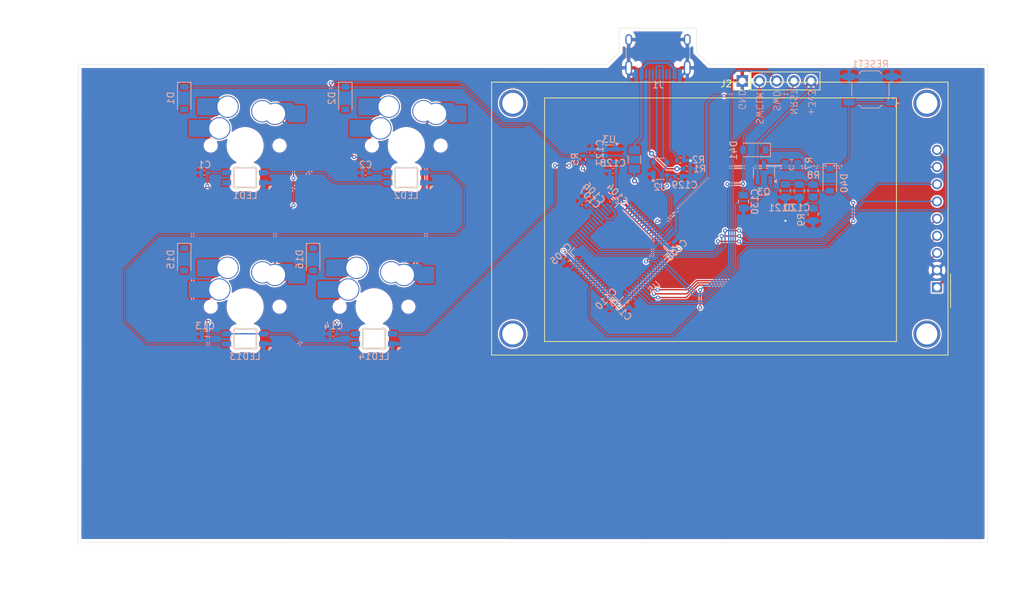
<source format=kicad_pcb>
(kicad_pcb (version 20240108) (generator "pcbnew") (generator_version "8.0")
  (layers (0 "F.Cu" signal) (31 "B.Cu" signal) (34 "B.Paste" user) (35 "F.Paste" user) (36 "B.SilkS" user "B.Silkscreen") (37 "F.SilkS" user "F.Silkscreen") (38 "B.Mask" user) (39 "F.Mask" user) (44 "Edge.Cuts" user))
  (net 0 "")
  (net 1 "BOOT0")
  (net 2 "+3V3")
  (net 3 "NRST")
  (net 4 "GND")
  (net 5 "+5V")
  (net 6 "Net-(LED13-DOUT)")
  (net 7 "Net-(D1-A)")
  (net 8 "Net-(D2-A)")
  (net 9 "col0")
  (net 10 "col1")
  (net 11 "Net-(D15-A)")
  (net 12 "Net-(D16-A)")
  (net 13 "row0")
  (net 14 "row1")
  (net 15 "VBUS")
  (net 16 "D-")
  (net 17 "D+")
  (net 20 "Net-(D40-K)")
  (net 21 "LCD_SCK")
  (net 22 "LCD_DC")
  (net 23 "LCD_MISO")
  (net 24 "SWCLK")
  (net 25 "SWD")
  (net 26 "LCD_MOSI")
  (net 27 "RGB5v")
  (net 28 "DOut1")
  (net 29 "LCD_CS")
  (net 30 "LCD_RST")
  (net 31 "Net-(LED1-DIN)")
  (net 32 "Net-(LED13-DIN)")
  (net 33 "LCD_BL_PWM")
  (net 34 "Net-(J1-CC1)")
  (net 35 "Net-(J1-CC2)")
  (net 36 "BOOT0_CHRG")
  (net 37 "Net-(Q3-C)")
  (net 38 "Net-(R8-Pad1)")
  (net 56 "unconnected-(U5-PA10-Pad44)")
  (net 68 "unconnected-(U5-PA9-Pad43)")
  (footprint "Display:CR2013-MI2120" (layer "F.Cu") (at 388.4975 60.09 180)
    (property "Reference" "U4" (hide yes))
    (property "Value" "CR2013-MI2120")
  )
  (footprint "Connector_PinHeader_2.54mm:PinHeader_1x05_P2.54mm_Vertical" (layer "F.Cu") (at 359.72 29.58 90)
    (property "Reference" "J2")
    (property "Value" "Conn_01x05")
  )
  (footprint "PCM_marbastlib-choc:LED_choc_6028R" (layer "B.Cu") (at 310.058296 43.884204)
    (property "Reference" "LED2")
    (property "Value" "choc_SK6812MINI-E")
    (fp_line (start -1.699999 -0.702843) (end -1.699999 0.702841) (stroke (width 0.1)) (layer "Edge.Cuts"))
    (fp_line (start -0.794452 1.499999) (end 0.794452 1.499999) (stroke (width 0.1)) (layer "Edge.Cuts"))
    (fp_line (start 0.794453 -1.5) (end -0.794452 -1.5) (stroke (width 0.1)) (layer "Edge.Cuts"))
    (fp_line (start 1.699999 0.702841) (end 1.699999 -0.702843) (stroke (width 0.1)) (layer "Edge.Cuts"))
    (fp_arc (start -1.749484 -0.919721) (mid -1.712527 -0.814069) (end -1.699999 -0.702843) (stroke (width 0.1)) (layer "Edge.Cuts"))
    (fp_arc (start -1.749484 -0.919721) (mid -1.638071 -1.504036) (end -1.046711 -1.5683) (stroke (width 0.1)) (layer "Edge.Cuts"))
    (fp_arc (start -1.699999 0.702842) (mid -1.712527 0.814067) (end -1.749484 0.919719) (stroke (width 0.1)) (layer "Edge.Cuts"))
    (fp_arc (start -1.046711 1.568296) (mid -1.63807 1.504033) (end -1.749484 0.919719) (stroke (width 0.1)) (layer "Edge.Cuts"))
    (fp_arc (start -1.04671 1.568298) (mid -0.925122 1.517376) (end -0.794452 1.499999) (stroke (width 0.1)) (layer "Edge.Cuts"))
    (fp_arc (start -0.794453 -1.500001) (mid -0.925123 -1.517378) (end -1.046711 -1.5683) (stroke (width 0.1)) (layer "Edge.Cuts"))
    (fp_arc (start 0.794452 1.499999) (mid 0.925123 1.517376) (end 1.046711 1.568298) (stroke (width 0.1)) (layer "Edge.Cuts"))
    (fp_arc (start 1.046711 -1.568299) (mid 0.925123 -1.517377) (end 0.794453 -1.5) (stroke (width 0.1)) (layer "Edge.Cuts"))
    (fp_arc (start 1.046711 -1.568299) (mid 1.638071 -1.504036) (end 1.749484 -0.919721) (stroke (width 0.1)) (layer "Edge.Cuts"))
    (fp_arc (start 1.699999 -0.702844) (mid 1.712538 -0.814067) (end 1.749484 -0.919721) (stroke (width 0.1)) (layer "Edge.Cuts"))
    (fp_arc (start 1.749484 0.919718) (mid 1.638073 1.504037) (end 1.046711 1.568298) (stroke (width 0.1)) (layer "Edge.Cuts"))
    (fp_arc (start 1.749484 0.919719) (mid 1.712541 0.814065) (end 1.699999 0.702841) (stroke (width 0.1)) (layer "Edge.Cuts"))
  )
  (footprint "Capacitor_SMD:C_0805_2012Metric" (layer "B.Cu") (at 368.15 45.82 90)
    (property "Reference" "C120")
    (property "Value" "100n")
  )
  (footprint "Capacitor_SMD:C_0402_1005Metric" (layer "B.Cu") (at 337.54 40.15 90)
    (property "Reference" "C127")
    (property "Value" "1uF")
  )
  (footprint "Capacitor_SMD:C_0402_1005Metric" (layer "B.Cu") (at 350.27 43.69)
    (property "Reference" "C129")
    (property "Value" "100nF")
  )
  (footprint "Capacitor_SMD:C_0402_1005Metric" (layer "B.Cu") (at 336.33 47.66 135)
    (property "Reference" "C107")
    (property "Value" "100nF")
  )
  (footprint "Button_Switch_SMD:SW_SPST_TL3342" (layer "B.Cu") (at 378.65 30.84 180)
    (property "Reference" "RESET1")
    (property "Value" "DFU")
  )
  (footprint "Capacitor_SMD:C_0402_1005Metric" (layer "B.Cu") (at 340.41 47.15 135)
    (property "Reference" "C104")
    (property "Value" "100nF")
  )
  (footprint "Diode_SMD:D_SOD-123" (layer "B.Cu") (at 296.295796 55.946704 -90)
    (property "Reference" "D16")
    (property "Value" "D")
  )
  (footprint "PCM_marbastlib-choc:LED_choc_6028R" (layer "B.Cu") (at 286.245796 43.884204)
    (property "Reference" "LED1")
    (property "Value" "choc_SK6812MINI-E")
    (fp_line (start -1.699999 -0.702843) (end -1.699999 0.702841) (stroke (width 0.1)) (layer "Edge.Cuts"))
    (fp_line (start -0.794452 1.499999) (end 0.794452 1.499999) (stroke (width 0.1)) (layer "Edge.Cuts"))
    (fp_line (start 0.794453 -1.5) (end -0.794452 -1.5) (stroke (width 0.1)) (layer "Edge.Cuts"))
    (fp_line (start 1.699999 0.702841) (end 1.699999 -0.702843) (stroke (width 0.1)) (layer "Edge.Cuts"))
    (fp_arc (start -1.749484 -0.919721) (mid -1.712527 -0.814069) (end -1.699999 -0.702843) (stroke (width 0.1)) (layer "Edge.Cuts"))
    (fp_arc (start -1.749484 -0.919721) (mid -1.638071 -1.504036) (end -1.046711 -1.5683) (stroke (width 0.1)) (layer "Edge.Cuts"))
    (fp_arc (start -1.699999 0.702842) (mid -1.712527 0.814067) (end -1.749484 0.919719) (stroke (width 0.1)) (layer "Edge.Cuts"))
    (fp_arc (start -1.046711 1.568296) (mid -1.63807 1.504033) (end -1.749484 0.919719) (stroke (width 0.1)) (layer "Edge.Cuts"))
    (fp_arc (start -1.04671 1.568298) (mid -0.925122 1.517376) (end -0.794452 1.499999) (stroke (width 0.1)) (layer "Edge.Cuts"))
    (fp_arc (start -0.794453 -1.500001) (mid -0.925123 -1.517378) (end -1.046711 -1.5683) (stroke (width 0.1)) (layer "Edge.Cuts"))
    (fp_arc (start 0.794452 1.499999) (mid 0.925123 1.517376) (end 1.046711 1.568298) (stroke (width 0.1)) (layer "Edge.Cuts"))
    (fp_arc (start 1.046711 -1.568299) (mid 0.925123 -1.517377) (end 0.794453 -1.5) (stroke (width 0.1)) (layer "Edge.Cuts"))
    (fp_arc (start 1.046711 -1.568299) (mid 1.638071 -1.504036) (end 1.749484 -0.919721) (stroke (width 0.1)) (layer "Edge.Cuts"))
    (fp_arc (start 1.699999 -0.702844) (mid 1.712538 -0.814067) (end 1.749484 -0.919721) (stroke (width 0.1)) (layer "Edge.Cuts"))
    (fp_arc (start 1.749484 0.919718) (mid 1.638073 1.504037) (end 1.046711 1.568298) (stroke (width 0.1)) (layer "Edge.Cuts"))
    (fp_arc (start 1.749484 0.919719) (mid 1.712541 0.814065) (end 1.699999 0.702841) (stroke (width 0.1)) (layer "Edge.Cuts"))
  )
  (footprint "Resistor_SMD:R_0402_1005Metric" (layer "B.Cu") (at 350.569034 41.319035)
    (property "Reference" "R2")
    (property "Value" "5.1k")
  )
  (footprint "ModHob:KS-33_MX-Hotswap-1U" (layer "B.Cu") (at 286.245796 39.134204)
    (property "Reference" "CH1")
    (property "Value" "KS33_SW_HS")
  )
  (footprint "Capacitor_SMD:C_0402_1005Metric" (layer "B.Cu") (at 299.295 66.95 180)
    (property "Reference" "C14")
    (property "Value" "0.1uF")
  )
  (footprint "Resistor_SMD:R_0805_2012Metric" (layer "B.Cu") (at 366.99 41.973554)
    (property "Reference" "R7")
    (property "Value" "120")
  )
  (footprint "Capacitor_SMD:C_0402_1005Metric" (layer "B.Cu") (at 349.23 53.76 45)
    (property "Reference" "C108")
    (property "Value" "100nF")
  )
  (footprint "Capacitor_SMD:C_0402_1005Metric" (layer "B.Cu") (at 342.61 62.6 -45)
    (property "Reference" "C109")
    (property "Value" "100nF")
  )
  (footprint "ModHob:KS-33_MX-Hotswap-1U" (layer "B.Cu") (at 310.058296 39.134204)
    (property "Reference" "CH2")
    (property "Value" "KS33_SW_HS")
  )
  (footprint "Fuse:Fuse_1206_3216Metric" (layer "B.Cu") (at 343.769034 41.209035 -90)
    (property "Reference" "F1" (hide yes))
    (property "Value" "500mA")
  )
  (footprint "Capacitor_SMD:C_0402_1005Metric" (layer "B.Cu") (at 333.76 55.96 -135)
    (property "Reference" "C105")
    (property "Value" "100nF")
  )
  (footprint "Diode_SMD:D_SOD-123" (layer "B.Cu") (at 361.5175 39.78 180)
    (property "Reference" "D41")
    (property "Value" "1N4148")
  )
  (footprint "Diode_SMD:D_SOD-123" (layer "B.Cu") (at 277.245796 32.134204 -90)
    (property "Reference" "D1")
    (property "Value" "D")
  )
  (footprint "Package_TO_SOT_SMD:SOT-23-3" (layer "B.Cu") (at 362.92 43.111054 90)
    (property "Reference" "Q3")
    (property "Value" "MMUN2133LT1G")
  )
  (footprint "PCM_marbastlib-choc:LED_choc_6028R" (layer "B.Cu") (at 286.245 67.7)
    (property "Reference" "LED13")
    (property "Value" "choc_SK6812MINI-E")
    (fp_line (start -1.699999 -0.702843) (end -1.699999 0.702841) (stroke (width 0.1)) (layer "Edge.Cuts"))
    (fp_line (start -0.794452 1.499999) (end 0.794452 1.499999) (stroke (width 0.1)) (layer "Edge.Cuts"))
    (fp_line (start 0.794453 -1.5) (end -0.794452 -1.5) (stroke (width 0.1)) (layer "Edge.Cuts"))
    (fp_line (start 1.699999 0.702841) (end 1.699999 -0.702843) (stroke (width 0.1)) (layer "Edge.Cuts"))
    (fp_arc (start -1.749484 -0.919721) (mid -1.712527 -0.814069) (end -1.699999 -0.702843) (stroke (width 0.1)) (layer "Edge.Cuts"))
    (fp_arc (start -1.749484 -0.919721) (mid -1.638071 -1.504036) (end -1.046711 -1.5683) (stroke (width 0.1)) (layer "Edge.Cuts"))
    (fp_arc (start -1.699999 0.702842) (mid -1.712527 0.814067) (end -1.749484 0.919719) (stroke (width 0.1)) (layer "Edge.Cuts"))
    (fp_arc (start -1.046711 1.568296) (mid -1.63807 1.504033) (end -1.749484 0.919719) (stroke (width 0.1)) (layer "Edge.Cuts"))
    (fp_arc (start -1.04671 1.568298) (mid -0.925122 1.517376) (end -0.794452 1.499999) (stroke (width 0.1)) (layer "Edge.Cuts"))
    (fp_arc (start -0.794453 -1.500001) (mid -0.925123 -1.517378) (end -1.046711 -1.5683) (stroke (width 0.1)) (layer "Edge.Cuts"))
    (fp_arc (start 0.794452 1.499999) (mid 0.925123 1.517376) (end 1.046711 1.568298) (stroke (width 0.1)) (layer "Edge.Cuts"))
    (fp_arc (start 1.046711 -1.568299) (mid 0.925123 -1.517377) (end 0.794453 -1.5) (stroke (width 0.1)) (layer "Edge.Cuts"))
    (fp_arc (start 1.046711 -1.568299) (mid 1.638071 -1.504036) (end 1.749484 -0.919721) (stroke (width 0.1)) (layer "Edge.Cuts"))
    (fp_arc (start 1.699999 -0.702844) (mid 1.712538 -0.814067) (end 1.749484 -0.919721) (stroke (width 0.1)) (layer "Edge.Cuts"))
    (fp_arc (start 1.749484 0.919718) (mid 1.638073 1.504037) (end 1.046711 1.568298) (stroke (width 0.1)) (layer "Edge.Cuts"))
    (fp_arc (start 1.749484 0.919719) (mid 1.712541 0.814065) (end 1.699999 0.702841) (stroke (width 0.1)) (layer "Edge.Cuts"))
  )
  (footprint "Diode_SMD:D_SOD-123" (layer "B.Cu") (at 372.66 44.18 -90)
    (property "Reference" "D40")
    (property "Value" "1N4148")
  )
  (footprint "Capacitor_SMD:C_0402_1005Metric" (layer "B.Cu") (at 280.245796 43.134204 180)
    (property "Reference" "C1")
    (property "Value" "0.1uF")
  )
  (footprint "Capacitor_SMD:C_0402_1005Metric" (layer "B.Cu") (at 337.03 46.96 135)
    (property "Reference" "C106")
    (property "Value" "100nF")
  )
  (footprint "Capacitor_SMD:C_0402_1005Metric" (layer "B.Cu") (at 280.33 66.96 180)
    (property "Reference" "C13")
    (property "Value" "0.1uF")
  )
  (footprint "Package_TO_SOT_SMD:SOT-143" (layer "B.Cu") (at 347.569034 42.569035)
    (property "Reference" "U2")
    (property "Value" "PRTR5V0U2X")
  )
  (footprint "Diode_SMD:D_SOD-123" (layer "B.Cu") (at 277.245796 55.946704 -90)
    (property "Reference" "D15")
    (property "Value" "D")
  )
  (footprint "Resistor_SMD:R_0805_2012Metric" (layer "B.Cu") (at 370.19 45.813554 90)
    (property "Reference" "R8")
    (property "Value" "68k")
  )
  (footprint "ModHob:KS-33_MX-Hotswap-1U" (layer "B.Cu") (at 305.295796 62.946704)
    (property "Reference" "CH16")
    (property "Value" "KS33_SW_HS")
  )
  (footprint "Package_QFP:LQFP-64_10x10mm_P0.5mm" (layer "B.Cu") (at 341.508819 54.874481 45)
    (property "Reference" "U5")
    (property "Value" "STM32G474RETx")
  )
  (footprint "Diode_SMD:D_SOD-123" (layer "B.Cu") (at 301.058296 32.134204 -90)
    (property "Reference" "D2")
    (property "Value" "D")
  )
  (footprint "Capacitor_SMD:C_0402_1005Metric" (layer "B.Cu") (at 340.6 42.87 180)
    (property "Reference" "C128")
    (property "Value" "1uF")
  )
  (footprint "Capacitor_SMD:C_0402_1005Metric" (layer "B.Cu") (at 304.058296 43.134204 180)
    (property "Reference" "C2")
    (property "Value" "0.1uF")
  )
  (footprint "Resistor_SMD:R_0402_1005Metric" (layer "B.Cu") (at 336.17 41.15 -90)
    (property "Reference" "R5")
    (property "Value" "5.1k")
  )
  (footprint "PCM_marbastlib-various:USB_C_Receptacle_HRO_TYPE-C-31-M-12" (layer "B.Cu") (at 347.259035 24.52)
    (property "Reference" "J1")
    (property "Value" "USB_C_Receptacle_USB2.0")
  )
  (footprint "Capacitor_SMD:C_0805_2012Metric" (layer "B.Cu") (at 359.89 47.41 90)
    (property "Reference" "C130")
    (property "Value" "100n")
  )
  (footprint "Package_TO_SOT_SMD:SOT-23" (layer "B.Cu") (at 340.059999 40.6275 180)
    (property "Reference" "U3")
    (property "Value" "XC6206PxxxMR-Regulator_Linear")
  )
  (footprint "ModHob:KS-33_MX-Hotswap-1U" (layer "B.Cu") (at 286.245796 62.946704)
    (property "Reference" "CH15")
    (property "Value" "KS33_SW_HS")
  )
  (footprint "PCM_marbastlib-choc:LED_choc_6028R" (layer "B.Cu") (at 305.295 67.7)
    (property "Reference" "LED14")
    (property "Value" "choc_SK6812MINI-E")
    (fp_line (start -1.699999 -0.702843) (end -1.699999 0.702841) (stroke (width 0.1)) (layer "Edge.Cuts"))
    (fp_line (start -0.794452 1.499999) (end 0.794452 1.499999) (stroke (width 0.1)) (layer "Edge.Cuts"))
    (fp_line (start 0.794453 -1.5) (end -0.794452 -1.5) (stroke (width 0.1)) (layer "Edge.Cuts"))
    (fp_line (start 1.699999 0.702841) (end 1.699999 -0.702843) (stroke (width 0.1)) (layer "Edge.Cuts"))
    (fp_arc (start -1.749484 -0.919721) (mid -1.712527 -0.814069) (end -1.699999 -0.702843) (stroke (width 0.1)) (layer "Edge.Cuts"))
    (fp_arc (start -1.749484 -0.919721) (mid -1.638071 -1.504036) (end -1.046711 -1.5683) (stroke (width 0.1)) (layer "Edge.Cuts"))
    (fp_arc (start -1.699999 0.702842) (mid -1.712527 0.814067) (end -1.749484 0.919719) (stroke (width 0.1)) (layer "Edge.Cuts"))
    (fp_arc (start -1.046711 1.568296) (mid -1.63807 1.504033) (end -1.749484 0.919719) (stroke (width 0.1)) (layer "Edge.Cuts"))
    (fp_arc (start -1.04671 1.568298) (mid -0.925122 1.517376) (end -0.794452 1.499999) (stroke (width 0.1)) (layer "Edge.Cuts"))
    (fp_arc (start -0.794453 -1.500001) (mid -0.925123 -1.517378) (end -1.046711 -1.5683) (stroke (width 0.1)) (layer "Edge.Cuts"))
    (fp_arc (start 0.794452 1.499999) (mid 0.925123 1.517376) (end 1.046711 1.568298) (stroke (width 0.1)) (layer "Edge.Cuts"))
    (fp_arc (start 1.046711 -1.568299) (mid 0.925123 -1.517377) (end 0.794453 -1.5) (stroke (width 0.1)) (layer "Edge.Cuts"))
    (fp_arc (start 1.046711 -1.568299) (mid 1.638071 -1.504036) (end 1.749484 -0.919721) (stroke (width 0.1)) (layer "Edge.Cuts"))
    (fp_arc (start 1.699999 -0.702844) (mid 1.712538 -0.814067) (end 1.749484 -0.919721) (stroke (width 0.1)) (layer "Edge.Cuts"))
    (fp_arc (start 1.749484 0.919718) (mid 1.638073 1.504037) (end 1.046711 1.568298) (stroke (width 0.1)) (layer "Edge.Cuts"))
    (fp_arc (start 1.749484 0.919719) (mid 1.712541 0.814065) (end 1.699999 0.702841) (stroke (width 0.1)) (layer "Edge.Cuts"))
  )
  (footprint "Capacitor_SMD:C_0805_2012Metric" (layer "B.Cu") (at 366.09 45.82 90)
    (property "Reference" "C121")
    (property "Value" "100n")
  )
  (footprint "Capacitor_SMD:C_0402_1005Metric" (layer "B.Cu") (at 340.43 62.61 -135)
    (property "Reference" "C110")
    (property "Value" "100nF")
  )
  (footprint "Resistor_SMD:R_0402_1005Metric" (layer "B.Cu") (at 351.529034 42.549035 180)
    (property "Reference" "R1")
    (property "Value" "5.1k")
  )
  (footprint "Resistor_SMD:R_0805_2012Metric" (layer "B.Cu") (at 370.19 49.333554 -90)
    (property "Reference" "R9")
    (property "Value" "68k")
  )
  (gr_line (start 341.55 25.3) (end 341.55 21.77) (stroke (width 0.05)) (layer "Edge.Cuts"))
  (gr_line (start 261.55 97.775) (end 396.01 97.785) (stroke (width 0.05)) (layer "Edge.Cuts"))
  (gr_line (start 261.59 27.17) (end 261.55 97.775) (stroke (width 0.05)) (layer "Edge.Cuts"))
  (gr_line (start 396.01 97.785) (end 396.01 27.18) (stroke (width 0.05)) (layer "Edge.Cuts"))
  (gr_line (start 352.96 21.77) (end 341.55 21.77) (stroke (width 0.05)) (layer "Edge.Cuts"))
  (gr_line (start 396.01 27.18) (end 354.84 27.18) (stroke (width 0.05)) (layer "Edge.Cuts"))
  (gr_line (start 339.67 27.18) (end 341.55 25.3) (stroke (width 0.05)) (layer "Edge.Cuts"))
  (gr_line (start 352.96 21.77) (end 352.96 25.3) (stroke (width 0.05)) (layer "Edge.Cuts"))
  (gr_line (start 352.96 25.3) (end 354.84 27.18) (stroke (width 0.05)) (layer "Edge.Cuts"))
  (gr_line (start 339.67 27.18) (end 261.59 27.17) (stroke (width 0.05)) (layer "Edge.Cuts"))
  (gr_text "SWD" (at 364.22 34.13 -90) (layer "B.SilkS") (effects (font (size 1 1) (thickness 0.1)) (justify left bottom mirror)))
  (gr_text "NRST" (at 366.71 34.66 -90) (layer "B.SilkS") (effects (font (size 1 1) (thickness 0.1)) (justify left bottom mirror)))
  (gr_text "+3v3" (at 369.39 34.85 -90) (layer "B.SilkS") (effects (font (size 1 1) (thickness 0.1)) (justify left bottom mirror)))
  (gr_text "SWCLK" (at 361.68 36.09 -90) (layer "B.SilkS") (effects (font (size 1 1) (thickness 0.1)) (justify left bottom mirror)))
  (gr_text "GND" (at 359.08 33.94 -90) (layer "B.SilkS") (effects (font (size 1 1) (thickness 0.1)) (justify left bottom mirror)))
  (segment (start 376.13 50.27) (end 376.13 47.6) (width 0.2) (layer "F.Cu") (net 1))
  (via (at 376.13 47.6) (size 0.6) (drill 0.3) (layers "F.Cu" "B.Cu") (net 1))
  (via (at 376.13 50.27) (size 0.6) (drill 0.3) (layers "F.Cu" "B.Cu") (net 1))
  (segment (start 374.55 46.02) (end 376.13 47.6) (width 0.2) (layer "B.Cu") (net 1))
  (segment (start 359.021 57.359) (end 353.93 62.45) (width 0.2) (layer "B.Cu") (net 1))
  (segment (start 367.9025 41.973554) (end 370.19 44.261054) (width 0.2) (layer "B.Cu") (net 1))
  (segment (start 359.021 55.569) (end 359.021 57.359) (width 0.2) (layer "B.Cu") (net 1))
  (segment (start 360.512 54.078) (end 359.021 55.569) (width 0.2) (layer "B.Cu") (net 1))
  (segment (start 345.902358 62.45) (end 343.93066 60.478302) (width 0.2) (layer "B.Cu") (net 1))
  (segment (start 370.19 44.261054) (end 370.19 44.901054) (width 0.2) (layer "B.Cu") (net 1))
  (segment (start 372.322 54.078) (end 360.512 54.078) (width 0.2) (layer "B.Cu") (net 1))
  (segment (start 374.55 46.02) (end 373.431054 44.901054) (width 0.2) (layer "B.Cu") (net 1))
  (segment (start 370.158946 44.87) (end 370.19 44.901054) (width 0.2) (layer "B.Cu") (net 1))
  (segment (start 353.93 62.45) (end 345.902358 62.45) (width 0.2) (layer "B.Cu") (net 1))
  (segment (start 376.13 50.27) (end 372.322 54.078) (width 0.2) (layer "B.Cu") (net 1))
  (segment (start 373.431054 44.901054) (end 370.19 44.901054) (width 0.2) (layer "B.Cu") (net 1))
  (segment (start 366.09 44.87) (end 368.15 44.87) (width 0.2) (layer "B.Cu") (net 1))
  (segment (start 368.15 44.87) (end 370.158946 44.87) (width 0.2) (layer "B.Cu") (net 1))
  (segment (start 350.32 54.43) (end 348.99 54.43) (width 0.4) (layer "F.Cu") (net 2))
  (segment (start 369.88 29.580001) (end 371.219035 30.919036) (width 0.4) (layer "F.Cu") (net 2))
  (segment (start 343.07 48.47) (end 342.26 47.66) (width 0.4) (layer "F.Cu") (net 2))
  (segment (start 341.45 62.85) (end 333.3 54.7) (width 0.4) (layer "F.Cu") (net 2))
  (segment (start 386.5 37.03) (end 389.09 37.03) (width 0.4) (layer "F.Cu") (net 2))
  (segment (start 389.09 37.03) (end 391.88 39.82) (width 0.4) (layer "F.Cu") (net 2))
  (segment (start 371.219035 30.919036) (end 380.389036 30.919036) (width 0.4) (layer "F.Cu") (net 2))
  (segment (start 367.67 31.79) (end 369.88 29.58) (width 0.4) (layer "F.Cu") (net 2))
  (segment (start 380.389036 30.919036) (end 386.5 37.03) (width 0.4) (layer "F.Cu") (net 2))
  (segment (start 341.73 62.85) (end 341.56 62.85) (width 0.4) (layer "F.Cu") (net 2))
  (segment (start 333.3 54.7) (end 333.3 54.69) (width 0.4) (layer "F.Cu") (net 2))
  (segment (start 350.32 54.43) (end 350.15 54.43) (width 0.4) (layer "F.Cu") (net 2))
  (segment (start 348.99 54.43) (end 343.07 48.51) (width 0.4) (layer "F.Cu") (net 2))
  (segment (start 391.88 39.82) (end 391.88 56.7075) (width 0.4) (layer "F.Cu") (net 2))
  (segment (start 341.56 62.85) (end 341.45 62.85) (width 0.4) (layer "F.Cu") (net 2))
  (segment (start 343.07 48.51) (end 343.07 48.47) (width 0.4) (layer "F.Cu") (net 2))
  (segment (start 391.88 56.7075) (end 388.4975 60.09) (width 0.4) (layer "F.Cu") (net 2))
  (segment (start 357.03 31.79) (end 367.67 31.79) (width 0.4) (layer "F.Cu") (net 2))
  (segment (start 350.15 54.43) (end 341.73 62.85) (width 0.4) (layer "F.Cu") (net 2))
  (via (at 350.32 54.43) (size 0.6) (drill 0.3) (layers "F.Cu" "B.Cu") (net 2))
  (via (at 333.3 54.69) (size 0.6) (drill 0.3) (layers "F.Cu" "B.Cu") (net 2))
  (via (at 357.03 31.79) (size 0.6) (drill 0.3) (layers "F.Cu" "B.Cu") (net 2))
  (via (at 342.26 47.66) (size 0.6) (drill 0.3) (layers "F.Cu" "B.Cu") (net 2))
  (via (at 341.56 62.85) (size 0.6) (drill 0.3) (layers "F.Cu" "B.Cu") (net 2))
  (segment (start 348.1733 53.480774) (end 349.92 51.734074) (width 0.4) (layer "B.Cu") (net 2))
  (segment (start 341.56 62.85) (end 342.87 61.54) (width 0.4) (layer "B.Cu") (net 2))
  (segment (start 342.26 47.66) (end 341.81 47.21) (width 0.3) (layer "B.Cu") (net 2))
  (segment (start 337.369411 47.299411) (end 337.369411 47.553093) (width 0.2) (layer "B.Cu") (net 2))
  (segment (start 340.91 48.96) (end 340.91 49.48) (width 0.3) (layer "B.Cu") (net 2))
  (segment (start 341.105 42.875) (end 341.105 41.685001) (width 0.4) (layer "B.Cu") (net 2))
  (segment (start 340.16 48.21) (end 340.91 48.96) (width 0.3) (layer "B.Cu") (net 2))
  (segment (start 333.3 54.69) (end 333.3 54.691324) (width 0.4) (layer "B.Cu") (net 2))
  (segment (start 349.09 54.43) (end 348.1733 53.5133) (width 0.4) (layer "B.Cu") (net 2))
  (segment (start 342.87 61.54) (end 342.87 61.538962) (width 0.4) (layer "B.Cu") (net 2))
  (segment (start 337.369411 47.553093) (end 339.086978 49.27066) (width 0.3) (layer "B.Cu") (net 2))
  (segment (start 349.92 48.22) (end 354.44 43.7) (width 0.4) (layer "B.Cu") (net 2))
  (segment (start 340.147638 48.21) (end 340.16 48.21) (width 0.3) (layer "B.Cu") (net 2))
  (segment (start 340.91 49.48) (end 340.4 49.99) (width 0.3) (layer "B.Cu") (net 2))
  (segment (start 354.44 32.95) (end 355.6 31.79) (width 0.4) (layer "B.Cu") (net 2))
  (segment (start 338.733425 49.624213) (end 337.108623 47.999411) (width 0.3) (layer "B.Cu") (net 2))
  (segment (start 333.3 54.691324) (end 334.844338 56.235662) (width 0.4) (layer "B.Cu") (net 2))
  (segment (start 340.4 49.99) (end 339.806318 49.99) (width 0.3) (layer "B.Cu") (net 2))
  (segment (start 341.81 47.21) (end 341.147638 47.21) (width 0.3) (layer "B.Cu") (net 2))
  (segment (start 361.97 38.74) (end 369.88 30.83) (width 0.4) (layer "B.Cu") (net 2))
  (segment (start 341.105 41.685001) (end 340.997499 41.5775) (width 0.4) (layer "B.Cu") (net 2))
  (segment (start 354.44 43.7) (end 354.44 32.95) (width 0.4) (layer "B.Cu") (net 2))
  (segment (start 350.32 54.43) (end 349.09 54.43) (width 0.4) (layer "B.Cu") (net 2))
  (segment (start 342.26 47.66) (end 341.05 46.45) (width 0.3) (layer "B.Cu") (net 2))
  (segment (start 341.147638 47.21) (end 340.147638 48.21) (width 0.3) (layer "B.Cu") (net 2))
  (segment (start 369.88 30.83) (end 369.88 29.580001) (width 0.4) (layer "B.Cu") (net 2))
  (segment (start 336.669411 47.999411) (end 337.369411 47.299411) (width 0.3) (layer "B.Cu") (net 2))
  (segment (start 349.92 51.734074) (end 349.92 48.22) (width 0.4) (layer "B.Cu") (net 2))
  (segment (start 355.6 31.79) (end 357.03 31.79) (width 0.4) (layer "B.Cu") (net 2))
  (segment (start 341.05 42.88) (end 341.055 42.875) (width 0.3) (layer "B.Cu") (net 2))
  (segment (start 348.1733 53.5133) (end 348.1733 53.480774) (width 0.4) (layer "B.Cu") (net 2))
  (segment (start 341.458676 62.85) (end 340.147638 61.538962) (width 0.4) (layer "B.Cu") (net 2))
  (segment (start 341.56 62.85) (end 341.458676 62.85) (width 0.4) (layer "B.Cu") (net 2))
  (segment (start 339.806318 49.99) (end 339.086978 49.27066) (width 0.3) (layer "B.Cu") (net 2))
  (segment (start 341.05 46.45) (end 341.05 42.88) (width 0.3) (layer "B.Cu") (net 2))
  (segment (start 361.97 44.248554) (end 361.97 38.74) (width 0.4) (layer "B.Cu") (net 2))
  (segment (start 361.901446 44.18) (end 361.97 44.248554) (width 0.4) (layer "B.Cu") (net 2))
  (segment (start 337.108623 47.999411) (end 336.669411 47.999411) (width 0.3) (layer "B.Cu") (net 2))
  (segment (start 353.5 60.47) (end 353.5 63.06) (width 0.2) (layer "F.Cu") (net 3))
  (segment (start 359.77 44.83) (end 359.83 44.77) (width 0.2) (layer "F.Cu") (net 3))
  (segment (start 357.513 44.83) (end 359.77 44.83) (width 0.2) (layer "F.Cu") (net 3))
  (via (at 357.513 44.83) (size 0.6) (drill 0.3) (layers "F.Cu" "B.Cu") (net 3))
  (via (at 353.5 60.47) (size 0.6) (drill 0.3) (layers "F.Cu" "B.Cu") (net 3))
  (via (at 353.5 63.06) (size 0.6) (drill 0.3) (layers "F.Cu" "B.Cu") (net 3))
  (via (at 359.83 44.77) (size 0.6) (drill 0.3) (layers "F.Cu" "B.Cu") (net 3))
  (segment (start 367.34 30.322448) (end 367.34 29.58) (width 0.2) (layer "B.Cu") (net 3))
  (segment (start 337.03 64.49) (end 337.03 60.41396) (width 0.2) (layer "B.Cu") (net 3))
  (segment (start 359.83 44.77) (end 359.83 46.4) (width 0.2) (layer "B.Cu") (net 3))
  (segment (start 359.83 44.77) (end 359.83 39.8175) (width 0.2) (layer "B.Cu") (net 3))
  (segment (start 338.026318 59.417642) (end 338.022358 59.417642) (width 0.2) (layer "B.Cu") (net 3))
  (segment (start 359.8675 39.78) (end 359.8675 37.794948) (width 0.2) (layer "B.Cu") (net 3))
  (segment (start 357.713 45.03) (end 357.713 56.817208) (width 0.2) (layer "B.Cu") (net 3))
  (segment (start 354.714208 59.816) (end 354.154 59.816) (width 0.2) (layer "B.Cu") (net 3))
  (segment (start 353.5 63.06) (end 349.35 67.21) (width 0.2) (layer "B.Cu") (net 3))
  (segment (start 359.83 39.8175) (end 359.8675 39.78) (width 0.2) (layer "B.Cu") (net 3))
  (segment (start 357.713 56.817208) (end 354.714208 59.816) (width 0.2) (layer "B.Cu") (net 3))
  (segment (start 354.154 59.816) (end 353.5 60.47) (width 0.2) (layer "B.Cu") (net 3))
  (segment (start 337.03 60.41396) (end 338.026318 59.417642) (width 0.2) (layer "B.Cu") (net 3))
  (segment (start 349.35 67.21) (end 339.75 67.21) (width 0.2) (layer "B.Cu") (net 3))
  (segment (start 357.513 44.83) (end 357.713 45.03) (width 0.2) (layer "B.Cu") (net 3))
  (segment (start 339.75 67.21) (end 337.03 64.49) (width 0.2) (layer "B.Cu") (net 3))
  (segment (start 338.026318 59.417642) (end 338.026318 59.413682) (width 0.2) (layer "B.Cu") (net 3))
  (segment (start 359.83 46.4) (end 359.89 46.46) (width 0.2) (layer "B.Cu") (net 3))
  (segment (start 359.8675 37.794948) (end 367.34 30.322448) (width 0.2) (layer "B.Cu") (net 3))
  (segment (start 352.069034 41.359035) (end 351.579035 40.869036) (width 0.4) (layer "F.Cu") (net 4))
  (segment (start 351.579035 40.869036) (end 351.579035 27.65) (width 0.4) (layer "F.Cu") (net 4))
  (via (at 366.1 50.26) (size 0.6) (drill 0.3) (layers "F.Cu" "B.Cu") (net 4))
  (via (at 352.069034 41.359035) (size 0.8) (drill 0.4) (layers "F.Cu" "B.Cu") (net 4))
  (segment (start 352.069034 41.359035) (end 351.119034 41.359035) (width 0.4) (layer "B.Cu") (net 4))
  (segment (start 352.069034 42.519035) (end 352.039034 42.549035) (width 0.4) (layer "B.Cu") (net 4))
  (segment (start 342.94 27.93) (end 342.94 23.35) (width 0.4) (layer "B.Cu") (net 4))
  (segment (start 351.579035 28.04693) (end 351.579035 27.65) (width 0.4) (layer "B.Cu") (net 4))
  (segment (start 350.6875 28.938465) (end 351.579035 28.04693) (width 0.4) (layer "B.Cu") (net 4))
  (segment (start 342.939035 28.08693) (end 342.939035 27.65) (width 0.4) (layer "B.Cu") (net 4))
  (segment (start 352.069034 41.359035) (end 352.069034 42.519035) (width 0.4) (layer "B.Cu") (net 4))
  (segment (start 343.81057 28.958465) (end 344.059035 28.71) (width 0.4) (layer "B.Cu") (net 4))
  (segment (start 352.834035 34.075965) (end 352.834035 33.511535) (width 0.4) (layer "B.Cu") (net 4))
  (segment (start 350.459035 28.71) (end 350.6875 28.938465) (width 0.4) (layer "B.Cu") (net 4))
  (segment (start 351.61 27.82) (end 351.61 23.239999) (width 0.4) (layer "B.Cu") (net 4))
  (segment (start 343.81057 28.958465) (end 342.939035 28.08693) (width 0.4) (layer "B.Cu") (net 4))
  (segment (start 351.119034 41.359035) (end 351.079034 41.319035) (width 0.4) (layer "B.Cu") (net 4))
  (segment (start 278.48 62.89) (end 278.48 47.29) (width 0.2) (layer "F.Cu") (net 5))
  (segment (start 343.87 44.35) (end 344.609035 45.089035) (width 0.2) (layer "F.Cu") (net 5))
  (segment (start 278.48 47.29) (end 280.67 45.1) (width 0.2) (layer "F.Cu") (net 5))
  (segment (start 280.81 65.22) (end 278.48 62.89) (width 0.2) (layer "F.Cu") (net 5))
  (segment (start 299.79 65.29) (end 297.39 65.29) (width 0.2) (layer "F.Cu") (net 5))
  (segment (start 280.77 65.26) (end 280.81 65.22) (width 0.2) (layer "F.Cu") (net 5))
  (segment (start 298.105 40.735) (end 294.21 44.63) (width 0.2) (layer "F.Cu") (net 5))
  (segment (start 280.77 69.62) (end 280.77 65.26) (width 0.2) (layer "F.Cu") (net 5))
  (segment (start 297.39 65.29) (end 291.54 71.14) (width 0.2) (layer "F.Cu") (net 5))
  (segment (start 302.35 40.82) (end 302.265 40.735) (width 0.2) (layer "F.Cu") (net 5))
  (segment (start 294.21 44.63) (end 291.37 47.47) (width 0.2) (layer "F.Cu") (net 5))
  (segment (start 291.37 47.47) (end 286.55 47.47) (width 0.2) (layer "F.Cu") (net 5))
  (segment (start 291.54 71.14) (end 282.29 71.14) (width 0.2) (layer "F.Cu") (net 5))
  (segment (start 344.609035 45.089035) (end 348.599035 45.089035) (width 0.2) (layer "F.Cu") (net 5))
  (segment (start 283.04 47.47) (end 280.67 45.1) (width 0.2) (layer "F.Cu") (net 5))
  (segment (start 286.55 47.47) (end 283.04 47.47) (width 0.2) (layer "F.Cu") (net 5))
  (segment (start 343.79 44.35) (end 343.87 44.35) (width 0.2) (layer "F.Cu") (net 5))
  (segment (start 298.89 29.957204) (end 298.89 37.36) (width 0.2) (layer "F.Cu") (net 5))
  (segment (start 282.29 71.14) (end 280.77 69.62) (width 0.2) (layer "F.Cu") (net 5))
  (segment (start 302.265 40.735) (end 298.105 40.735) (width 0.2) (layer "F.Cu") (net 5))
  (segment (start 298.89 37.36) (end 302.35 40.82) (width 0.2) (layer "F.Cu") (net 5))
  (via (at 299.79 65.29) (size 0.6) (drill 0.3) (layers "F.Cu" "B.Cu") (net 5))
  (via (at 343.79 44.35) (size 0.8) (drill 0.4) (layers "F.Cu" "B.Cu") (net 5))
  (via (at 298.89 29.957204) (size 0.6) (drill 0.3) (layers "F.Cu" "B.Cu") (net 5))
  (via (at 280.67 45.1) (size 0.6) (drill 0.3) (layers "F.Cu" "B.Cu") (net 5))
  (via (at 302.35 40.82) (size 0.6) (drill 0.3) (layers "F.Cu" "B.Cu") (net 5))
  (via (at 348.599035 45.089035) (size 0.6) (drill 0.3) (layers "F.Cu" "B.Cu") (net 5))
  (via (at 280.81 65.22) (size 0.6) (drill 0.3) (layers "F.Cu" "B.Cu") (net 5))
  (segment (start 318.268756 30.157204) (end 317.918756 29.807204) (width 0.2) (layer "B.Cu") (net 5))
  (segment (start 299.775 66.95) (end 299.775 65.305) (width 0.2) (layer "B.Cu") (net 5))
  (segment (start 299.775 65.305) (end 299.79 65.29) (width 0.2) (layer "B.Cu") (net 5))
  (segment (start 325.17 35.943) (end 324.325448 35.943) (width 0.2) (layer "B.Cu") (net 5))
  (segment (start 302.35 40.82) (end 302.73 40.82) (width 0.2) (layer "B.Cu") (net 5))
  (segment (start 337.5825 40.6275) (end 337.575 40.635) (width 0.2) (layer "B.Cu") (net 5))
  (segment (start 280.725796 43.134204) (end 283.520796 43.134204) (width 0.2) (layer "B.Cu") (net 5))
  (segment (start 324.325448 35.943) (end 318.539652 30.157204) (width 0.2) (layer "B.Cu") (net 5))
  (segment (start 317.918756 29.807204) (end 299.04 29.807204) (width 0.2) (layer "B.Cu") (net 5))
  (segment (start 348.569034 43.519035) (end 349.619035 43.519035) (width 0.2) (layer "B.Cu") (net 5))
  (segment (start 348.569034 43.519035) (end 348.599035 45.089035) (width 0.2) (layer "B.Cu") (net 5))
  (segment (start 341.787499 40.6275) (end 343.769034 42.609035) (width 0.2) (layer "B.Cu") (net 5))
  (segment (start 328.483 35.943) (end 325.17 35.943) (width 0.2) (layer "B.Cu") (net 5))
  (segment (start 339.122499 40.6275) (end 341.787499 40.6275) (width 0.2) (layer "B.Cu") (net 5))
  (segment (start 343.769034 42.609035) (end 343.769034 44.329034) (width 0.4) (layer "B.Cu") (net 5))
  (segment (start 333.18 40.64) (end 328.483 35.943) (width 0.2) (layer "B.Cu") (net 5))
  (segment (start 280.67 45.1) (end 280.67 43.19) (width 0.2) (layer "B.Cu") (net 5))
  (segment (start 302.57 66.95) (end 299.775 66.95) (width 0.2) (layer "B.Cu") (net 5))
  (segment (start 336.17 40.64) (end 337.57 40.64) (width 0.2) (layer "B.Cu") (net 5))
  (segment (start 336.17 40.64) (end 333.18 40.64) (width 0.2) (layer "B.Cu") (net 5))
  (segment (start 343.769034 44.329034) (end 343.79 44.35) (width 0.4) (layer "B.Cu") (net 5))
  (segment (start 304.538296 43.134204) (end 307.333296 43.134204) (width 0.2) (layer "B.Cu") (net 5))
  (segment (start 339.122499 40.6275) (end 337.5825 40.6275) (width 0.2) (layer "B.Cu") (net 5))
  (segment (start 283.605 66.96) (end 280.81 66.96) (width 0.2) (layer "B.Cu") (net 5))
  (segment (start 280.81 65.22) (end 280.81 66.96) (width 0.2) (layer "B.Cu") (net 5))
  (segment (start 337.57 40.64) (end 337.595 40.615) (width 0.2) (layer "B.Cu") (net 5))
  (segment (start 280.67 43.19) (end 280.725796 43.134204) (width 0.2) (layer "B.Cu") (net 5))
  (segment (start 304.538296 42.628296) (end 304.538296 43.134204) (width 0.2) (layer "B.Cu") (net 5))
  (segment (start 318.539652 30.157204) (end 318.268756 30.157204) (width 0.2) (layer "B.Cu") (net 5))
  (segment (start 302.73 40.82) (end 304.538296 42.628296) (width 0.2) (layer "B.Cu") (net 5))
  (segment (start 349.619035 43.519035) (end 349.79 43.69) (width 0.2) (layer "B.Cu") (net 5))
  (segment (start 299.04 29.807204) (end 298.89 29.957204) (width 0.2) (layer "B.Cu") (net 5))
  (segment (start 271.74 68.45) (end 283.52 68.45) (width 0.2) (layer "B.Cu") (net 6))
  (segment (start 318.64 45.24) (end 318.64 50.94) (width 0.2) (layer "B.Cu") (net 6))
  (segment (start 273.48 52.33) (end 268.4 57.41) (width 0.2) (layer "B.Cu") (net 6))
  (segment (start 312.783296 43.134204) (end 316.534204 43.134204) (width 0.2) (layer "B.Cu") (net 6))
  (segment (start 318.64 50.94) (end 317.25 52.33) (width 0.2) (layer "B.Cu") (net 6))
  (segment (start 317.25 52.33) (end 273.48 52.33) (width 0.2) (layer "B.Cu") (net 6))
  (segment (start 268.4 65.11) (end 271.74 68.45) (width 0.2) (layer "B.Cu") (net 6))
  (segment (start 268.4 57.41) (end 268.4 65.11) (width 0.2) (layer "B.Cu") (net 6))
  (segment (start 316.534204 43.134204) (end 318.64 45.24) (width 0.2) (layer "B.Cu") (net 6))
  (segment (start 290.650796 50.699204) (end 290.650796 58.251704) (width 0.2) (layer "F.Cu") (net 9))
  (segment (start 290.650796 34.439204) (end 293.4 37.188408) (width 0.2) (layer "F.Cu") (net 9))
  (segment (start 293.4 37.188408) (end 293.4 43.95) (width 0.2) (layer "F.Cu") (net 9))
  (segment (start 293.39 47.96) (end 290.650796 50.699204) (width 0.2) (layer "F.Cu") (net 9))
  (via (at 293.4 43.95) (size 0.6) (drill 0.3) (layers "F.Cu" "B.Cu") (net 9))
  (via (at 293.39 47.96) (size 0.6) (drill 0.3) (layers "F.Cu" "B.Cu") (net 9))
  (segment (start 293.4 47.95) (end 293.39 47.96) (width 0.2) (layer "B.Cu") (net 9))
  (segment (start 293.4 43.95) (end 293.4 47.95) (width 0.2) (layer "B.Cu") (net 9))
  (segment (start 312.967296 54.985204) (end 309.700796 58.251704) (width 0.2) (layer "F.Cu") (net 10))
  (segment (start 312.967296 35.935204) (end 312.967296 54.985204) (width 0.2) (layer "F.Cu") (net 10))
  (segment (start 314.463296 34.439204) (end 312.967296 35.935204) (width 0.2) (layer "F.Cu") (net 10))
  (segment (start 318.404204 30.484204) (end 324.19 36.27) (width 0.2) (layer "B.Cu") (net 13))
  (segment (start 327.32 36.27) (end 324.19 36.27) (width 0.2) (layer "B.Cu") (net 13))
  (segment (start 301.058296 30.484204) (end 318.404204 30.484204) (width 0.2) (layer "B.Cu") (net 13))
  (segment (start 277.245796 30.484204) (end 301.058296 30.484204) (width 0.2) (layer "B.Cu") (net 13))
  (segment (start 349.709035 27.839035) (end 348.76 26.89) (width 0.4) (layer "B.Cu") (net 15))
  (segment (start 345.74 26.89) (end 344.809035 27.820965) (width 0.4) (layer "B.Cu") (net 15))
  (segment (start 344.809035 37.949035) (end 344.809035 28.71) (width 0.4) (layer "B.Cu") (net 15))
  (segment (start 343.769034 38.989036) (end 343.769034 39.809035) (width 0.4) (layer "B.Cu") (net 15))
  (segment (start 349.709035 28.565) (end 349.709035 27.839035) (width 0.4) (layer "B.Cu") (net 15))
  (segment (start 348.76 26.89) (end 345.74 26.89) (width 0.4) (layer "B.Cu") (net 15))
  (segment (start 344.809035 37.949035) (end 343.769034 38.989036) (width 0.4) (layer "B.Cu") (net 15))
  (segment (start 344.809035 27.820965) (end 344.809035 28.565) (width 0.4) (layer "B.Cu") (net 15))
  (segment (start 347.089034 37.829034) (end 347.09 37.828068) (width 0.2) (layer "B.Cu") (net 16))
  (segment (start 348.953 50.61228) (end 347.11264 52.45264) (width 0.2) (layer "B.Cu") (net 16))
  (segment (start 346.569034 41.619035) (end 346.569034 42.069034) (width 0.2) (layer "B.Cu") (net 16))
  (segment (start 347.09 37.828068) (end 347.09 30.088465) (width 0.2) (layer "B.Cu") (net 16))
  (segment (start 347.09 30.048465) (end 347.509035 29.62943) (width 0.2) (layer "B.Cu") (net 16))
  (segment (start 348.953 46.650739) (end 348.953 50.61228) (width 0.2) (layer "B.Cu") (net 16))
  (segment (start 347.09 30.088465) (end 346.509035 29.5075) (width 0.2) (layer "B.Cu") (net 16))
  (segment (start 346.569034 41.229036) (end 347.089034 40.709036) (width 0.2) (layer "B.Cu") (net 16))
  (segment (start 346.569034 41.619035) (end 346.569034 41.229036) (width 0.2) (layer "B.Cu") (net 16))
  (segment (start 347.089034 40.709036) (end 347.089034 37.829034) (width 0.2) (layer "B.Cu") (net 16))
  (segment (start 347.665034 45.362773) (end 348.953 46.650739) (width 0.2) (layer "B.Cu") (net 16))
  (segment (start 347.509035 29.62943) (end 347.509035 28.75) (width 0.2) (layer "B.Cu") (net 16))
  (segment (start 346.569034 42.069034) (end 347.665034 43.165034) (width 0.2) (layer "B.Cu") (net 16))
  (segment (start 347.665034 43.165034) (end 347.665034 45.362773) (width 0.2) (layer "B.Cu") (net 16))
  (segment (start 346.509035 29.5075) (end 346.509035 28.75) (width 0.2) (layer "B.Cu") (net 16))
  (segment (start 347.861636 27.383247) (end 347.993478 27.518737) (width 0.2) (layer "B.Cu") (net 17))
  (segment (start 349.28 50.992388) (end 347.466194 52.806194) (width 0.2) (layer "B.Cu") (net 17))
  (segment (start 347.228683 27.3722) (end 347.861636 27.383247) (width 0.2) (layer "B.Cu") (net 17))
  (segment (start 347.993478 27.518737) (end 348.006522 28.25) (width 0.2) (layer "B.Cu") (net 17))
  (segment (start 348.009035 40.789035) (end 348.009035 28.71) (width 0.2) (layer "B.Cu") (net 17))
  (segment (start 348.569034 41.349034) (end 348.009035 40.789035) (width 0.2) (layer "B.Cu") (net 17))
  (segment (start 348.569034 41.669035) (end 348.569034 42.199036) (width 0.2) (layer "B.Cu") (net 17))
  (segment (start 348.569034 41.619035) (end 348.569034 41.349034) (width 0.2) (layer "B.Cu") (net 17))
  (segment (start 348.569034 42.199036) (end 347.992034 42.776036) (width 0.2) (layer "B.Cu") (net 17))
  (segment (start 347.992034 45.227325) (end 349.28 46.515291) (width 0.2) (layer "B.Cu") (net 17))
  (segment (start 347.011371 27.540277) (end 347.228683 27.3722) (width 0.2) (layer "B.Cu") (net 17))
  (segment (start 349.28 46.515291) (end 349.28 50.992388) (width 0.2) (layer "B.Cu") (net 17))
  (segment (start 347.992034 42.776036) (end 347.992034 45.227325) (width 0.2) (layer "B.Cu") (net 17))
  (segment (start 347.006674 28.232548) (end 347.011371 27.540277) (width 0.2) (layer "B.Cu") (net 17))
  (segment (start 370.97 42.53) (end 372.66 42.53) (width 0.2) (layer "B.Cu") (net 20))
  (segment (start 375.45 32.82) (end 381.75 32.82) (width 0.2) (layer "B.Cu") (net 20))
  (segment (start 372.66 42.53) (end 373.79 42.53) (width 0.2) (layer "B.Cu") (net 20))
  (segment (start 375.45 40.87) (end 375.45 32.82) (width 0.2) (layer "B.Cu") (net 20))
  (segment (start 368.22 39.78) (end 370.97 42.53) (width 0.2) (layer "B.Cu") (net 20))
  (segment (start 363.1675 39.78) (end 368.22 39.78) (width 0.2) (layer "B.Cu") (net 20))
  (segment (start 373.79 42.53) (end 375.45 40.87) (width 0.2) (layer "B.Cu") (net 20))
  (segment (start 357.186 51.69) (end 357.196 51.7) (width 0.2) (layer "F.Cu") (net 21))
  (segment (start 357.196 51.7) (end 359.221 51.7) (width 0.2) (layer "F.Cu") (net 21))
  (segment (start 388.4975 44.8525) (end 388.4975 44.85) (width 0.2) (layer "F.Cu") (net 21))
  (via (at 357.186 51.69) (size 0.6) (drill 0.3) (layers "F.Cu" "B.Cu") (net 21))
  (via (at 359.221 51.7) (size 0.6) (drill 0.3) (layers "F.Cu" "B.Cu") (net 21))
  (segment (start 357.186 54.154) (end 355.729 55.611) (width 0.2) (layer "B.Cu") (net 21))
  (segment (start 359.345291 51.7) (end 360.742291 53.097) (width 0.2) (layer "B.Cu") (net 21))
  (segment (start 348.391 55.611) (end 348.06 55.28) (width 0.2) (layer "B.Cu") (net 21))
  (segment (start 359.221 51.7) (end 359.345291 51.7) (width 0.2) (layer "B.Cu") (net 21))
  (segment (start 348.06 55.28) (end 338.02525 55.28) (width 0.2) (layer "B.Cu") (net 21))
  (segment (start 338.02525 55.28) (end 335.551444 52.806194) (width 0.2) (layer "B.Cu") (net 21))
  (segment (start 379.842448 44.85) (end 388.4975 44.85) (width 0.2) (layer "B.Cu") (net 21))
  (segment (start 360.742291 53.097) (end 371.595448 53.097) (width 0.2) (layer "B.Cu") (net 21))
  (segment (start 355.729 55.611) (end 348.391 55.611) (width 0.2) (layer "B.Cu") (net 21))
  (segment (start 357.186 51.69) (end 357.186 54.154) (width 0.2) (layer "B.Cu") (net 21))
  (segment (start 371.595448 53.097) (end 379.842448 44.85) (width 0.2) (layer "B.Cu") (net 21))
  (segment (start 352.992104 59.093) (end 379.3345 59.093) (width 0.2) (layer "F.Cu") (net 22))
  (segment (start 379.3345 59.093) (end 388.4975 49.93) (width 0.2) (layer "F.Cu") (net 22))
  (segment (start 347.211934 60.431934) (end 351.65317 60.431934) (width 0.2) (layer "F.Cu") (net 22))
  (segment (start 351.65317 60.431934) (end 352.992104 59.093) (width 0.2) (layer "F.Cu") (net 22))
  (via (at 347.211934 60.431934) (size 0.6) (drill 0.3) (layers "F.Cu" "B.Cu") (net 22))
  (segment (start 346.711934 60.431934) (end 347.211934 60.431934) (width 0.2) (layer "B.Cu") (net 22))
  (segment (start 345.344873 59.064873) (end 346.711934 60.431934) (width 0.2) (layer "B.Cu") (net 22))
  (segment (start 345.344873 59.064089) (end 345.344873 59.064873) (width 0.2) (layer "B.Cu") (net 22))
  (segment (start 359.211 53.29) (end 359.221 53.3) (width 0.2) (layer "F.Cu") (net 23))
  (segment (start 356.142 53.29) (end 359.211 53.29) (width 0.2) (layer "F.Cu") (net 23))
  (segment (start 356.132 53.28) (end 356.142 53.29) (width 0.2) (layer "F.Cu") (net 23))
  (via (at 356.132 53.28) (size 0.6) (drill 0.3) (layers "F.Cu" "B.Cu") (net 23))
  (via (at 359.221 53.3) (size 0.6) (drill 0.3) (layers "F.Cu" "B.Cu") (net 23))
  (segment (start 371.866344 53.751) (end 376.967344 48.65) (width 0.2) (layer "B.Cu") (net 23))
  (segment (start 348.661896 54.957) (end 348.330896 54.626) (width 0.2) (layer "B.Cu") (net 23))
  (segment (start 356.132 54.283104) (end 355.458104 54.957) (width 0.2) (layer "B.Cu") (net 23))
  (segment (start 389.81 41.0825) (end 388.4975 39.77) (width 0.2) (layer "B.Cu") (net 23))
  (segment (start 348.330896 54.626) (end 338.785464 54.626) (width 0.2) (layer "B.Cu") (net 23))
  (segment (start 359.221 53.3) (end 359.672 53.751) (width 0.2) (layer "B.Cu") (net 23))
  (segment (start 389.28 48.65) (end 389.81 48.12) (width 0.2) (layer "B.Cu") (net 23))
  (segment (start 389.81 48.12) (end 389.81 41.0825) (width 0.2) (layer "B.Cu") (net 23))
  (segment (start 338.785464 54.626) (end 336.258551 52.099087) (width 0.2) (layer "B.Cu") (net 23))
  (segment (start 359.672 53.751) (end 371.866344 53.751) (width 0.2) (layer "B.Cu") (net 23))
  (segment (start 356.132 53.28) (end 356.132 54.283104) (width 0.2) (layer "B.Cu") (net 23))
  (segment (start 355.458104 54.957) (end 348.661896 54.957) (width 0.2) (layer "B.Cu") (net 23))
  (segment (start 376.967344 48.65) (end 389.28 48.65) (width 0.2) (layer "B.Cu") (net 23))
  (segment (start 354.115104 61.34) (end 352.570532 61.34) (width 0.2) (layer "B.Cu") (net 24))
  (segment (start 362.26 34.94) (end 358.367 38.833) (width 0.2) (layer "B.Cu") (net 24))
  (segment (start 352.570532 61.34) (end 347.819747 56.589215) (width 0.2) (layer "B.Cu") (net 24))
  (segment (start 358.367 38.833) (end 358.367 57.088104) (width 0.2) (layer "B.Cu") (net 24))
  (segment (start 362.26 29.58) (end 362.26 34.94) (width 0.2) (layer "B.Cu") (net 24))
  (segment (start 358.367 57.088104) (end 354.115104 61.34) (width 0.2) (layer "B.Cu") (net 24))
  (segment (start 352.950638 61.013) (end 348.1733 56.235662) (width 0.2) (layer "B.Cu") (net 25))
  (segment (start 358.04 28.96) (end 358.04 56.952656) (width 0.2) (layer "B.Cu") (net 25))
  (segment (start 358.04 56.952656) (end 353.979656 61.013) (width 0.2) (layer "B.Cu") (net 25))
  (segment (start 363.3 28.08) (end 358.92 28.08) (width 0.2) (layer "B.Cu") (net 25))
  (segment (start 353.979656 61.013) (end 352.950638 61.013) (width 0.2) (layer "B.Cu") (net 25))
  (segment (start 364.8 29.58) (end 363.3 28.08) (width 0.2) (layer "B.Cu") (net 25))
  (segment (start 358.92 28.08) (end 358.04 28.96) (width 0.2) (layer "B.Cu") (net 25))
  (segment (start 356.659 52.498808) (end 359.264708 52.498808) (width 0.2) (layer "F.Cu") (net 26))
  (via (at 359.264708 52.498808) (size 0.6) (drill 0.3) (layers "F.Cu" "B.Cu") (net 26))
  (via (at 356.659 52.498808) (size 0.6) (drill 0.3) (layers "F.Cu" "B.Cu") (net 26))
  (segment (start 356.659 52.498808) (end 356.659 54.218552) (width 0.2) (layer "B.Cu") (net 26))
  (segment (start 371.730896 53.424) (end 377.764896 47.39) (width 0.2) (layer "B.Cu") (net 26))
  (segment (start 338.405358 54.953) (end 335.904998 52.45264) (width 0.2) (layer "B.Cu") (net 26))
  (segment (start 348.526448 55.284) (end 348.195448 54.953) (width 0.2) (layer "B.Cu") (net 26))
  (segment (start 360.1899 53.424) (end 371.730896 53.424) (width 0.2) (layer "B.Cu") (net 26))
  (segment (start 348.195448 54.953) (end 338.405358 54.953) (width 0.2) (layer "B.Cu") (net 26))
  (segment (start 359.264708 52.498808) (end 360.1899 53.424) (width 0.2) (layer "B.Cu") (net 26))
  (segment (start 355.593552 55.284) (end 348.526448 55.284) (width 0.2) (layer "B.Cu") (net 26))
  (segment (start 356.659 54.218552) (end 355.593552 55.284) (width 0.2) (layer "B.Cu") (net 26))
  (segment (start 377.764896 47.39) (end 388.4975 47.39) (width 0.2) (layer "B.Cu") (net 26))
  (segment (start 346.471713 55.298287) (end 346.471713 52.811713) (width 0.2) (layer "F.Cu") (net 27))
  (segment (start 345.49 56.28) (end 346.471713 55.298287) (width 0.2) (layer "F.Cu") (net 27))
  (segment (start 332.05 42.08) (end 334.12 42.08) (width 0.2) (layer "F.Cu") (net 27))
  (segment (start 346.471713 52.811713) (end 336.17 42.51) (width 0.2) (layer "F.Cu") (net 27))
  (via (at 332.05 42.08) (size 0.6) (drill 0.3) (layers "F.Cu" "B.Cu") (net 27))
  (via (at 345.49 56.28) (size 0.6) (drill 0.3) (layers "F.Cu" "B.Cu") (net 27))
  (via (at 336.17 42.51) (size 0.6) (drill 0.3) (layers "F.Cu" "B.Cu") (net 27))
  (via (at 334.12 42.08) (size 0.6) (drill 0.3) (layers "F.Cu" "B.Cu") (net 27))
  (segment (start 332.04 47.8) (end 312.89 66.95) (width 0.2) (layer "B.Cu") (net 27))
  (segment (start 332.05 42.08) (end 332.04 42.09) (width 0.2) (layer "B.Cu") (net 27))
  (segment (start 346.803426 56.28) (end 347.466194 56.942768) (width 0.2) (layer "B.Cu") (net 27))
  (segment (start 336.17 42.51) (end 336.17 41.66) (width 0.2) (layer "B.Cu") (net 27))
  (segment (start 312.89 66.95) (end 308.02 66.95) (width 0.2) (layer "B.Cu") (net 27))
  (segment (start 334.12 42.08) (end 334.54 41.66) (width 0.2) (layer "B.Cu") (net 27))
  (segment (start 345.49 56.28) (end 346.803426 56.28) (width 0.2) (layer "B.Cu") (net 27))
  (segment (start 334.54 41.66) (end 336.17 41.66) (width 0.2) (layer "B.Cu") (net 27))
  (segment (start 332.04 42.09) (end 332.04 47.8) (width 0.2) (layer "B.Cu") (net 27))
  (segment (start 383.7605 59.747) (end 388.4975 55.01) (width 0.2) (layer "F.Cu") (net 29))
  (segment (start 353.263 59.747) (end 383.7605 59.747) (width 0.2) (layer "F.Cu") (net 29))
  (segment (start 351.414 61.596) (end 353.263 59.747) (width 0.2) (layer "F.Cu") (net 29))
  (segment (start 347.255607 61.596) (end 351.414 61.596) (width 0.2) (layer "F.Cu") (net 29))
  (via (at 347.255607 61.596) (size 0.6) (drill 0.3) (layers "F.Cu" "B.Cu") (net 29))
  (segment (start 344.637767 59.771195) (end 346.462572 61.596) (width 0.2) (layer "B.Cu") (net 29))
  (segment (start 346.462572 61.596) (end 347.255607 61.596) (width 0.2) (layer "B.Cu") (net 29))
  (segment (start 346.657651 61.045788) (end 351.501764 61.045788) (width 0.2) (layer "F.Cu") (net 30))
  (segment (start 351.501764 61.045788) (end 353.127552 59.42) (width 0.2) (layer "F.Cu") (net 30))
  (segment (start 381.5475 59.42) (end 388.4975 52.47) (width 0.2) (layer "F.Cu") (net 30))
  (segment (start 353.127552 59.42) (end 381.5475 59.42) (width 0.2) (layer "F.Cu") (net 30))
  (via (at 346.657651 61.045788) (size 0.6) (drill 0.3) (layers "F.Cu" "B.Cu") (net 30))
  (segment (start 344.493396 58.919718) (end 346.619466 61.045788) (width 0.2) (layer "B.Cu") (net 30))
  (segment (start 344.99132 59.417642) (end 344.493396 58.919718) (width 0.2) (layer "B.Cu") (net 30))
  (segment (start 346.619466 61.045788) (end 346.657651 61.045788) (width 0.2) (layer "B.Cu") (net 30))
  (segment (start 288.970796 43.134204) (end 297.894204 43.134204) (width 0.2) (layer "B.Cu") (net 31))
  (segment (start 299.394204 44.634204) (end 307.333296 44.634204) (width 0.2) (layer "B.Cu") (net 31))
  (segment (start 297.894204 43.134204) (end 299.394204 44.634204) (width 0.2) (layer "B.Cu") (net 31))
  (segment (start 302.57 68.45) (end 294.38 68.45) (width 0.2) (layer "B.Cu") (net 32))
  (segment (start 294.38 68.45) (end 292.88 66.95) (width 0.2) (layer "B.Cu") (net 32))
  (segment (start 292.88 66.95) (end 284.2075 66.95) (width 0.2) (layer "B.Cu") (net 32))
  (segment (start 348.59798 50.26198) (end 356.54996 42.31) (width 0.2) (layer "F.Cu") (net 33))
  (segment (start 356.54996 42.31) (end 388.4975 42.31) (width 0.2) (layer "F.Cu") (net 33))
  (segment (start 347.18198 50.26198) (end 348.59798 50.26198) (width 0.2) (layer "F.Cu") (net 33))
  (via (at 347.18198 50.26198) (size 0.6) (drill 0.3) (layers "F.Cu" "B.Cu") (net 33))
  (segment (start 347.18198 50.26198) (end 346.05198 51.39198) (width 0.2) (layer "B.Cu") (net 33))
  (segment (start 348.569034 42.569035) (end 346.319034 40.319035) (width 0.25) (layer "F.Cu") (net 34))
  (segment (start 350.069034 42.569035) (end 348.569034 42.569035) (width 0.25) (layer "F.Cu") (net 34))
  (via (at 346.319034 40.319035) (size 0.8) (drill 0.4) (layers "F.Cu" "B.Cu") (net 34))
  (via (at 350.069034 42.569035) (size 0.8) (drill 0.4) (layers "F.Cu" "B.Cu") (net 34))
  (segment (start 350.069034 42.569035) (end 350.939034 42.569035) (width 0.25) (layer "B.Cu") (net 34))
  (segment (start 346.319034 40.319035) (end 346.009035 40.009036) (width 0.25) (layer "B.Cu") (net 34))
  (segment (start 346.009035 40.009036) (end 346.009035 28.71) (width 0.25) (layer "B.Cu") (net 34))
  (segment (start 349.009035 39.649035) (end 350.059034 40.699034) (width 0.2) (layer "B.Cu") (net 35))
  (segment (start 350.059034 40.699034) (end 350.059034 41.319035) (width 0.2) (layer "B.Cu") (net 35))
  (segment (start 349.009035 28.71) (end 349.009035 39.649035) (width 0.2) (layer "B.Cu") (net 35))
  (segment (start 371.37 45.823554) (end 371.376446 45.83) (width 0.2) (layer "B.Cu") (net 36))
  (segment (start 346.282464 62.123) (end 344.284213 60.124749) (width 0.2) (layer "B.Cu") (net 36))
  (segment (start 363.87 45.39) (end 361.91 47.35) (width 0.2) (layer "B.Cu") (net 36))
  (segment (start 371.37 45.823554) (end 364.54 45.823554) (width 0.2) (layer "B.Cu") (net 36))
  (segment (start 363.87 44.248554) (end 363.87 45.39) (width 0.2) (layer "B.Cu") (net 36))
  (segment (start 364.54 45.823554) (end 363.87 45.153554) (width 0.2) (layer "B.Cu") (net 36))
  (segment (start 361.91 47.35) (end 359.21 47.35) (width 0.2) (layer "B.Cu") (net 36))
  (segment (start 359.21 47.35) (end 358.694 47.866) (width 0.2) (layer "B.Cu") (net 36))
  (segment (start 358.694 57.223552) (end 353.794552 62.123) (width 0.2) (layer "B.Cu") (net 36))
  (segment (start 353.794552 62.123) (end 346.282464 62.123) (width 0.2) (layer "B.Cu") (net 36))
  (segment (start 371.376446 45.83) (end 372.66 45.83) (width 0.2) (layer "B.Cu") (net 36))
  (segment (start 363.87 45.153554) (end 363.87 44.248554) (width 0.2) (layer "B.Cu") (net 36))
  (segment (start 358.694 47.866) (end 358.694 57.223552) (width 0.2) (layer "B.Cu") (net 36))
  (segment (start 366.0775 41.973554) (end 362.92 41.973554) (width 0.2) (layer "B.Cu") (net 37))
  (segment (start 370.19 46.726054) (end 370.19 48.421054) (width 0.2) (layer "B.Cu") (net 38))
  (segment (start 346.759087 52.099087) (end 346.759087 52.175456) (width 0.2) (layer "B.Cu") (net 56))
  (segment (start 346.405533 51.745533) (end 346.405533 51.783719) (width 0.2) (layer "B.Cu") (net 68))
  (zone (net 4) (net_name "GND") (layer "F.Cu") (priority 1) (connect_pads (clearance 0)) (min_thickness 0.25) (fill yes (thermal_gap 0.5) (thermal_bridge_width 0.5))
    (polygon (pts (xy 252.48 17.62) (xy 395.65 21.06) (xy 401.36 104.98) (xy 252.48 98.83)))
  )
  (zone (net 4) (net_name "GND") (layer "B.Cu") (connect_pads (clearance 0)) (min_thickness 0.25) (fill yes (thermal_gap 0.5) (thermal_bridge_width 0.5))
    (polygon (pts (xy 251.25 17.62) (xy 395.39 21.44) (xy 401.36 102.52) (xy 250.02 100.06)))
  )
)
</source>
